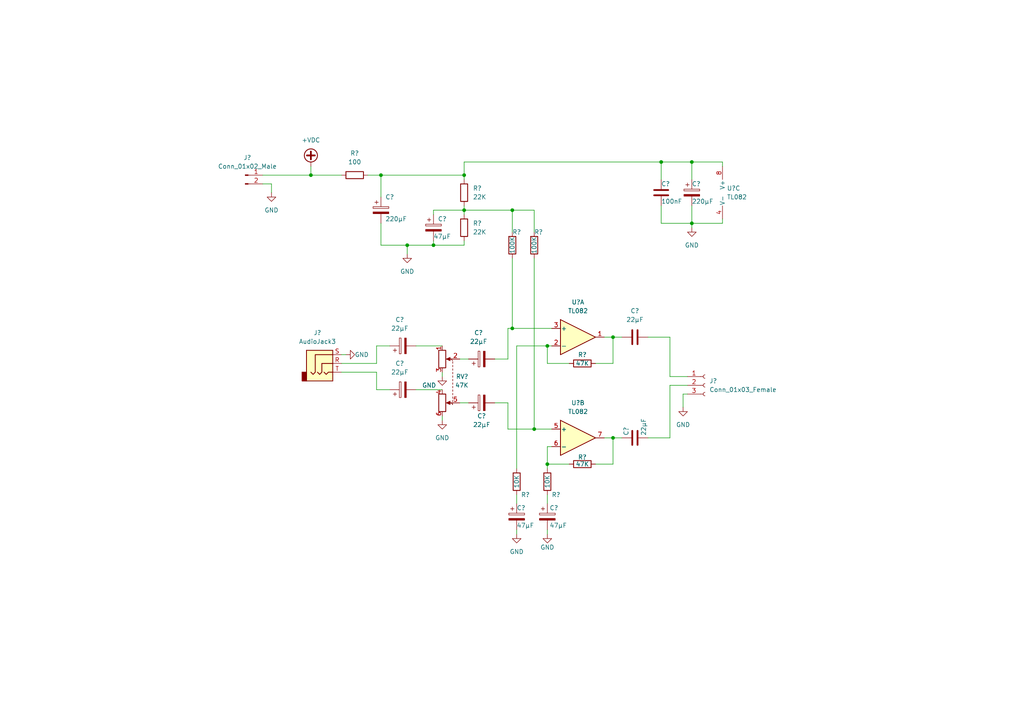
<source format=kicad_sch>
(kicad_sch (version 20211123) (generator eeschema)
  (paper "A4")
  (lib_symbols
    (symbol "Amplifier_Operational:TL082" (pin_names (offset 0.127))
      (property "Reference" "U" (at 0 5.08 0))
      (property "Value" "TL082" (at 0 -5.08 0))
      (symbol "TL082_1_1"
        (polyline (pts (xy -5.08 5.08) (xy 5.08 0) (xy -5.08 -5.08) (xy -5.08 5.08)) (stroke (width 0.254)) (fill (type background)))
        (pin output line (at 7.62 0 180) (length 2.54) (name "~") (number "1"))
        (pin input line (at -7.62 -2.54 0) (length 2.54) (name "-") (number "2"))
        (pin input line (at -7.62 2.54 0) (length 2.54) (name "+") (number "3"))
      )
      (symbol "TL082_2_1"
        (polyline (pts (xy -5.08 5.08) (xy 5.08 0) (xy -5.08 -5.08) (xy -5.08 5.08)) (stroke (width 0.254)) (fill (type background)))
        (pin input line (at -7.62 2.54 0) (length 2.54) (name "+") (number "5"))
        (pin input line (at -7.62 -2.54 0) (length 2.54) (name "-") (number "6"))
        (pin output line (at 7.62 0 180) (length 2.54) (name "~") (number "7"))
      )
      (symbol "TL082_3_1"
        (pin power_in line (at -2.54 -7.62 90) (length 3.81) (name "V-") (number "4"))
        (pin power_in line (at -2.54 7.62 270) (length 3.81) (name "V+") (number "8"))
      )
    )
    (symbol "Connector:AudioJack3"
      (property "Reference" "J" (at 0 8.89 0))
      (property "Value" "AudioJack3" (at 0 6.35 0))
      (symbol "AudioJack3_0_1"
        (rectangle (start -5.08 -5.08) (end -6.35 -2.54) (stroke (width 0.254)) (fill (type outline)))
        (polyline (pts (xy 0 -2.54) (xy 0.635 -3.175) (xy 1.27 -2.54) (xy 2.54 -2.54)) (stroke (width 0.254)))
        (polyline (pts (xy -1.905 -2.54) (xy -1.27 -3.175) (xy -0.635 -2.54) (xy -0.635 0) (xy 2.54 0)) (stroke (width 0.254)))
        (polyline (pts (xy 2.54 2.54) (xy -2.54 2.54) (xy -2.54 -2.54) (xy -3.175 -3.175) (xy -3.81 -2.54)) (stroke (width 0.254)))
        (rectangle (start 2.54 3.81) (end -5.08 -5.08) (stroke (width 0.254)) (fill (type background)))
      )
      (symbol "AudioJack3_1_1"
        (pin passive line (at 5.08 0 180) (length 2.54) (name "~") (number "R"))
        (pin passive line (at 5.08 2.54 180) (length 2.54) (name "~") (number "S"))
        (pin passive line (at 5.08 -2.54 180) (length 2.54) (name "~") (number "T"))
      )
    )
    (symbol "Connector:Conn_01x02_Male" (pin_names (offset 1.016) hide)
      (property "Reference" "J" (at 0 2.54 0))
      (property "Value" "Conn_01x02_Male" (at 0 -5.08 0))
      (symbol "Conn_01x02_Male_1_1"
        (polyline (pts (xy 1.27 -2.54) (xy 0.8636 -2.54)) (stroke (width 0.1524)))
        (polyline (pts (xy 1.27 0) (xy 0.8636 0)) (stroke (width 0.1524)))
        (rectangle (start 0.8636 -2.413) (end 0 -2.667) (stroke (width 0.1524)) (fill (type outline)))
        (rectangle (start 0.8636 0.127) (end 0 -0.127) (stroke (width 0.1524)) (fill (type outline)))
        (pin passive line (at 5.08 0 180) (length 3.81) (name "Pin_1") (number "1"))
        (pin passive line (at 5.08 -2.54 180) (length 3.81) (name "Pin_2") (number "2"))
      )
    )
    (symbol "Connector:Conn_01x03_Female" (pin_names (offset 1.016) hide)
      (property "Reference" "J" (at 0 5.08 0))
      (property "Value" "Conn_01x03_Female" (at 0 -5.08 0))
      (symbol "Conn_01x03_Female_1_1"
        (arc (start 0 -2.032) (mid -0.508 -2.54) (end 0 -3.048) (stroke (width 0.1524)))
        (polyline (pts (xy -1.27 -2.54) (xy -0.508 -2.54)) (stroke (width 0.1524)))
        (polyline (pts (xy -1.27 0) (xy -0.508 0)) (stroke (width 0.1524)))
        (polyline (pts (xy -1.27 2.54) (xy -0.508 2.54)) (stroke (width 0.1524)))
        (arc (start 0 0.508) (mid -0.508 0) (end 0 -0.508) (stroke (width 0.1524)))
        (arc (start 0 3.048) (mid -0.508 2.54) (end 0 2.032) (stroke (width 0.1524)))
        (pin passive line (at -5.08 2.54 0) (length 3.81) (name "Pin_1") (number "1"))
        (pin passive line (at -5.08 0 0) (length 3.81) (name "Pin_2") (number "2"))
        (pin passive line (at -5.08 -2.54 0) (length 3.81) (name "Pin_3") (number "3"))
      )
    )
    (symbol "Device:C" (pin_numbers hide) (pin_names (offset 0.254))
      (property "Reference" "C" (at 0.635 2.54 0))
      (property "Value" "C" (at 0.635 -2.54 0))
      (symbol "C_0_1"
        (polyline (pts (xy -2.032 -0.762) (xy 2.032 -0.762)) (stroke (width 0.508)))
        (polyline (pts (xy -2.032 0.762) (xy 2.032 0.762)) (stroke (width 0.508)))
      )
      (symbol "C_1_1"
        (pin passive line (at 0 3.81 270) (length 2.794) (name "~") (number "1"))
        (pin passive line (at 0 -3.81 90) (length 2.794) (name "~") (number "2"))
      )
    )
    (symbol "Device:C_Polarized" (pin_numbers hide) (pin_names (offset 0.254))
      (property "Reference" "C" (at 0.635 2.54 0))
      (property "Value" "C_Polarized" (at 0.635 -2.54 0))
      (symbol "C_Polarized_0_1"
        (rectangle (start -2.286 0.508) (end 2.286 1.016))
        (polyline (pts (xy -1.778 2.286) (xy -0.762 2.286)))
        (polyline (pts (xy -1.27 2.794) (xy -1.27 1.778)))
        (rectangle (start 2.286 -0.508) (end -2.286 -1.016) (fill (type outline)))
      )
      (symbol "C_Polarized_1_1"
        (pin passive line (at 0 3.81 270) (length 2.794) (name "~") (number "1"))
        (pin passive line (at 0 -3.81 90) (length 2.794) (name "~") (number "2"))
      )
    )
    (symbol "Device:R" (pin_numbers hide) (pin_names (offset 0))
      (property "Reference" "R" (at 2.032 0 90))
      (property "Value" "R" (at 0 0 90))
      (symbol "R_0_1"
        (rectangle (start -1.016 -2.54) (end 1.016 2.54) (stroke (width 0.254)))
      )
      (symbol "R_1_1"
        (pin passive line (at 0 3.81 270) (length 1.27) (name "~") (number "1"))
        (pin passive line (at 0 -3.81 90) (length 1.27) (name "~") (number "2"))
      )
    )
    (symbol "Device:R_Potentiometer_Dual" (pin_names (offset 1.016) hide)
      (property "Reference" "RV" (at 0 3.81 0))
      (property "Value" "R_Potentiometer_Dual" (at 0 1.905 0))
      (symbol "R_Potentiometer_Dual_0_1"
        (rectangle (start -8.89 -1.524) (end -3.81 -3.556) (stroke (width 0.254)))
        (polyline (pts (xy -6.35 0) (xy -6.35 -1.016)))
        (polyline (pts (xy -6.35 0) (xy -6.35 -1.016)))
        (polyline (pts (xy -6.35 0) (xy -5.842 0.508)))
        (polyline (pts (xy -5.588 0.508) (xy -5.08 0.508)))
        (polyline (pts (xy -4.572 0.508) (xy -4.064 0.508)))
        (polyline (pts (xy -3.556 0.508) (xy -3.048 0.508)))
        (polyline (pts (xy -2.54 0.508) (xy -2.032 0.508)))
        (polyline (pts (xy -1.524 0.508) (xy -1.016 0.508)))
        (polyline (pts (xy -0.508 0.508) (xy 0 0.508)))
        (polyline (pts (xy 0.508 0.508) (xy 1.016 0.508)))
        (polyline (pts (xy 1.524 0.508) (xy 2.032 0.508)))
        (polyline (pts (xy 2.54 0.508) (xy 3.048 0.508)))
        (polyline (pts (xy 3.556 0.508) (xy 4.064 0.508)))
        (polyline (pts (xy 4.572 0.508) (xy 5.08 0.508)))
        (polyline (pts (xy 5.588 0.508) (xy 6.096 0.508)))
        (polyline (pts (xy 6.35 0) (xy 6.35 -1.016)))
        (polyline (pts (xy 6.35 0) (xy 6.35 -1.016)))
        (polyline (pts (xy 6.604 0.508) (xy 6.858 0.508) (xy 6.35 0)))
        (polyline (pts (xy -6.35 -1.397) (xy -6.858 -0.254) (xy -5.842 -0.254) (xy -6.35 -1.397)) (fill (type outline)))
        (polyline (pts (xy 6.35 -1.397) (xy 5.842 -0.254) (xy 6.858 -0.254) (xy 6.35 -1.397)) (fill (type outline)))
        (rectangle (start 3.81 -1.524) (end 8.89 -3.556) (stroke (width 0.254)))
      )
      (symbol "R_Potentiometer_Dual_1_1"
        (pin passive line (at -10.16 -2.54 0) (length 1.27) (name "1") (number "1"))
        (pin passive line (at -6.35 2.54 270) (length 2.54) (name "2") (number "2"))
        (pin passive line (at -2.54 -2.54 180) (length 1.27) (name "3") (number "3"))
        (pin passive line (at 2.54 -2.54 0) (length 1.27) (name "4") (number "4"))
        (pin passive line (at 6.35 2.54 270) (length 2.54) (name "5") (number "5"))
        (pin passive line (at 10.16 -2.54 180) (length 1.27) (name "6") (number "6"))
      )
    )
    (symbol "power:+VDC" (power) (pin_names (offset 0))
      (property "Value" "+VDC" (at 0 6.35 0))
      (symbol "+VDC_0_1"
        (polyline (pts (xy -1.143 3.175) (xy 1.143 3.175)) (stroke (width 0.508)))
        (polyline (pts (xy 0 0) (xy 0 1.27)))
        (polyline (pts (xy 0 2.032) (xy 0 4.318)) (stroke (width 0.508)))
        (circle (center 0 3.175) (radius 1.905) (stroke (width 0.254)))
      )
      (symbol "+VDC_1_1"
        (pin power_in line (at 0 0 90) (length 0) hide (name "+VDC") (number "1"))
      )
    )
    (symbol "power:GND" (power) (pin_names (offset 0))
      (property "Value" "GND" (at 0 -3.81 0))
      (symbol "GND_0_1"
        (polyline (pts (xy 0 0) (xy 0 -1.27) (xy 1.27 -1.27) (xy 0 -2.54) (xy -1.27 -1.27) (xy 0 -1.27)))
      )
      (symbol "GND_1_1"
        (pin power_in line (at 0 0 270) (length 0) hide (name "GND") (number "1"))
      )
    )
  )
  (junction (at 90.17 50.8))
  (junction (at 118.11 71.12))
  (junction (at 154.94 124.46))
  (junction (at 191.77 46.99))
  (junction (at 110.49 50.8))
  (junction (at 200.66 46.99))
  (junction (at 134.62 50.8))
  (junction (at 158.75 100.33))
  (junction (at 177.8 97.79))
  (junction (at 177.8 127))
  (junction (at 148.59 60.96))
  (junction (at 148.59 95.25))
  (junction (at 158.75 134.62))
  (junction (at 134.62 60.96))
  (junction (at 125.73 71.12))
  (junction (at 200.66 64.77))
  (wire (pts (xy 147.32 124.46) (xy 154.94 124.46)))
  (wire (pts (xy 177.8 97.79) (xy 180.34 97.79)))
  (wire (pts (xy 200.66 59.69) (xy 200.66 64.77)))
  (wire (pts (xy 134.62 71.12) (xy 134.62 69.85)))
  (wire (pts (xy 149.86 153.67) (xy 149.86 154.94)))
  (wire (pts (xy 134.62 50.8) (xy 134.62 52.07)))
  (wire (pts (xy 165.1 105.41) (xy 158.75 105.41)))
  (wire (pts (xy 99.06 102.87) (xy 100.33 102.87)))
  (wire (pts (xy 158.75 153.67) (xy 158.75 154.94)))
  (wire (pts (xy 158.75 134.62) (xy 158.75 129.54)))
  (wire (pts (xy 149.86 100.33) (xy 158.75 100.33)))
  (wire (pts (xy 200.66 46.99) (xy 209.55 46.99)))
  (wire (pts (xy 125.73 60.96) (xy 134.62 60.96)))
  (wire (pts (xy 158.75 134.62) (xy 158.75 135.89)))
  (wire (pts (xy 158.75 100.33) (xy 160.02 100.33)))
  (wire (pts (xy 191.77 59.69) (xy 191.77 64.77)))
  (wire (pts (xy 120.65 100.33) (xy 128.27 100.33)))
  (wire (pts (xy 154.94 124.46) (xy 160.02 124.46)))
  (wire (pts (xy 128.27 120.65) (xy 128.27 121.92)))
  (wire (pts (xy 125.73 71.12) (xy 134.62 71.12)))
  (wire (pts (xy 99.06 105.41) (xy 109.22 105.41)))
  (wire (pts (xy 148.59 60.96) (xy 148.59 67.31)))
  (wire (pts (xy 78.74 55.88) (xy 78.74 53.34)))
  (wire (pts (xy 110.49 50.8) (xy 134.62 50.8)))
  (wire (pts (xy 134.62 60.96) (xy 134.62 62.23)))
  (wire (pts (xy 109.22 100.33) (xy 113.03 100.33)))
  (wire (pts (xy 194.31 111.76) (xy 199.39 111.76)))
  (wire (pts (xy 147.32 116.84) (xy 147.32 124.46)))
  (wire (pts (xy 200.66 46.99) (xy 200.66 52.07)))
  (wire (pts (xy 158.75 143.51) (xy 158.75 146.05)))
  (wire (pts (xy 110.49 50.8) (xy 110.49 57.15)))
  (wire (pts (xy 128.27 107.95) (xy 128.27 109.22)))
  (wire (pts (xy 110.49 64.77) (xy 110.49 71.12)))
  (wire (pts (xy 209.55 63.5) (xy 209.55 64.77)))
  (wire (pts (xy 177.8 134.62) (xy 177.8 127)))
  (wire (pts (xy 149.86 135.89) (xy 149.86 100.33)))
  (wire (pts (xy 194.31 127) (xy 194.31 111.76)))
  (wire (pts (xy 191.77 52.07) (xy 191.77 46.99)))
  (wire (pts (xy 76.2 50.8) (xy 90.17 50.8)))
  (wire (pts (xy 154.94 74.93) (xy 154.94 124.46)))
  (wire (pts (xy 149.86 143.51) (xy 149.86 146.05)))
  (wire (pts (xy 191.77 46.99) (xy 200.66 46.99)))
  (wire (pts (xy 165.1 134.62) (xy 158.75 134.62)))
  (wire (pts (xy 109.22 100.33) (xy 109.22 105.41)))
  (wire (pts (xy 158.75 129.54) (xy 160.02 129.54)))
  (wire (pts (xy 120.65 113.03) (xy 128.27 113.03)))
  (wire (pts (xy 106.68 50.8) (xy 110.49 50.8)))
  (wire (pts (xy 125.73 69.85) (xy 125.73 71.12)))
  (wire (pts (xy 90.17 48.26) (xy 90.17 50.8)))
  (wire (pts (xy 187.96 97.79) (xy 194.31 97.79)))
  (wire (pts (xy 90.17 50.8) (xy 99.06 50.8)))
  (wire (pts (xy 187.96 127) (xy 194.31 127)))
  (wire (pts (xy 194.31 109.22) (xy 199.39 109.22)))
  (wire (pts (xy 125.73 62.23) (xy 125.73 60.96)))
  (wire (pts (xy 109.22 113.03) (xy 113.03 113.03)))
  (wire (pts (xy 110.49 71.12) (xy 118.11 71.12)))
  (wire (pts (xy 143.51 116.84) (xy 147.32 116.84)))
  (wire (pts (xy 191.77 64.77) (xy 200.66 64.77)))
  (wire (pts (xy 134.62 46.99) (xy 134.62 50.8)))
  (wire (pts (xy 134.62 60.96) (xy 148.59 60.96)))
  (wire (pts (xy 177.8 127) (xy 180.34 127)))
  (wire (pts (xy 198.12 114.3) (xy 199.39 114.3)))
  (wire (pts (xy 209.55 46.99) (xy 209.55 48.26)))
  (wire (pts (xy 154.94 60.96) (xy 154.94 67.31)))
  (wire (pts (xy 177.8 127) (xy 175.26 127)))
  (wire (pts (xy 148.59 74.93) (xy 148.59 95.25)))
  (wire (pts (xy 109.22 113.03) (xy 109.22 107.95)))
  (wire (pts (xy 118.11 71.12) (xy 125.73 71.12)))
  (wire (pts (xy 133.35 116.84) (xy 135.89 116.84)))
  (wire (pts (xy 200.66 64.77) (xy 209.55 64.77)))
  (wire (pts (xy 194.31 97.79) (xy 194.31 109.22)))
  (wire (pts (xy 148.59 60.96) (xy 154.94 60.96)))
  (wire (pts (xy 200.66 64.77) (xy 200.66 66.04)))
  (wire (pts (xy 172.72 134.62) (xy 177.8 134.62)))
  (wire (pts (xy 109.22 107.95) (xy 99.06 107.95)))
  (wire (pts (xy 133.35 104.14) (xy 135.89 104.14)))
  (wire (pts (xy 177.8 97.79) (xy 175.26 97.79)))
  (wire (pts (xy 147.32 95.25) (xy 148.59 95.25)))
  (wire (pts (xy 177.8 105.41) (xy 177.8 97.79)))
  (wire (pts (xy 118.11 71.12) (xy 118.11 73.66)))
  (wire (pts (xy 143.51 104.14) (xy 147.32 104.14)))
  (wire (pts (xy 191.77 46.99) (xy 134.62 46.99)))
  (wire (pts (xy 172.72 105.41) (xy 177.8 105.41)))
  (wire (pts (xy 148.59 95.25) (xy 160.02 95.25)))
  (wire (pts (xy 78.74 53.34) (xy 76.2 53.34)))
  (wire (pts (xy 158.75 105.41) (xy 158.75 100.33)))
  (wire (pts (xy 134.62 60.96) (xy 134.62 59.69)))
  (wire (pts (xy 147.32 104.14) (xy 147.32 95.25)))
  (wire (pts (xy 198.12 118.11) (xy 198.12 114.3)))
  (symbol (lib_id "Device:R") (at 102.87 50.8 90) (unit 1)
    (property "Reference" "R?" (at 102.87 44.45 90))
    (property "Value" "100" (at 102.87 46.99 90))
  )
  (symbol (lib_id "power:GND") (at 128.27 109.22 0) (unit 1)
    (property "Reference" "#PWR?" (effects hide))
    (property "Value" "GND" (at 124.46 111.76 0))
  )
  (symbol (lib_id "Device:C_Polarized") (at 116.84 113.03 90) (unit 1)
    (property "Reference" "C?" (at 115.951 105.41 90))
    (property "Value" "22µF" (at 115.951 107.95 90))
  )
  (symbol (lib_id "Device:R") (at 168.91 105.41 90) (unit 1)
    (property "Reference" "R?" (at 168.91 102.87 90))
    (property "Value" "47K" (at 168.91 105.41 90))
  )
  (symbol (lib_id "Device:R") (at 154.94 71.12 0) (unit 1)
    (property "Reference" "R?" (at 156.21 67.31 0))
    (property "Value" "100K" (at 154.94 71.12 90))
  )
  (symbol (lib_id "Connector:Conn_01x03_Female") (at 204.47 111.76 0) (unit 1)
    (property "Reference" "J?" (at 205.74 110.4899 0) (effects (justify left)))
    (property "Value" "Conn_01x03_Female" (at 205.74 113.0299 0) (effects (justify left)))
  )
  (symbol (lib_id "power:GND") (at 198.12 118.11 0) (unit 1)
    (property "Reference" "#PWR?" (effects hide))
    (property "Value" "GND" (at 198.12 123.19 0))
  )
  (symbol (lib_id "Device:R") (at 134.62 66.04 0) (unit 1)
    (property "Reference" "R?" (at 137.16 64.7699 0) (effects (justify left)))
    (property "Value" "22K" (at 137.16 67.3099 0) (effects (justify left)))
  )
  (symbol (lib_id "Device:C_Polarized") (at 110.49 60.96 0) (unit 1)
    (property "Reference" "C?" (at 111.76 57.15 0) (effects (justify left)))
    (property "Value" "220µF" (at 111.76 63.5 0) (effects (justify left)))
  )
  (symbol (lib_id "Device:R") (at 134.62 55.88 0) (unit 1)
    (property "Reference" "R?" (at 137.16 54.6099 0) (effects (justify left)))
    (property "Value" "22K" (at 137.16 57.1499 0) (effects (justify left)))
  )
  (symbol (lib_id "Device:C") (at 191.77 55.88 0) (unit 1)
    (property "Reference" "C?" (at 191.77 53.34 0) (effects (justify left)))
    (property "Value" "100nF" (at 191.77 58.42 0) (effects (justify left)))
  )
  (symbol (lib_id "Device:C_Polarized") (at 158.75 149.86 0) (unit 1)
    (property "Reference" "C?" (at 159.385 147.32 0) (effects (justify left)))
    (property "Value" "47µF" (at 159.385 152.4 0) (effects (justify left)))
  )
  (symbol (lib_id "Device:R_Potentiometer_Dual") (at 130.81 110.49 270) (unit 1)
    (property "Reference" "RV?" (at 135.89 109.22 90) (effects (justify right)))
    (property "Value" "47K" (at 135.89 111.76 90) (effects (justify right)))
  )
  (symbol (lib_id "Amplifier_Operational:TL082") (at 167.64 127 0) (unit 2)
    (property "Reference" "U?" (at 167.64 116.84 0))
    (property "Value" "TL082" (at 167.64 119.38 0))
    (property "Datasheet" "http://www.ti.com/lit/ds/symlink/tl081.pdf" (effects hide))
  )
  (symbol (lib_id "Device:C_Polarized") (at 149.86 149.86 0) (unit 1)
    (property "Reference" "C?" (at 149.86 147.32 0) (effects (justify left)))
    (property "Value" "47µF" (at 149.86 152.4 0) (effects (justify left)))
  )
  (symbol (lib_id "Device:C") (at 184.15 97.79 90) (unit 1)
    (property "Reference" "C?" (at 184.15 90.17 90))
    (property "Value" "22µF" (at 184.15 92.71 90))
  )
  (symbol (lib_id "power:+VDC") (at 90.17 48.26 0) (unit 1)
    (property "Reference" "#PWR?" (effects hide))
    (property "Value" "+VDC" (at 90.17 40.64 0))
  )
  (symbol (lib_id "Device:C") (at 184.15 127 90) (unit 1)
    (property "Reference" "C?" (at 181.61 126.365 0) (effects (justify left)))
    (property "Value" "22µF" (at 186.69 126.365 0) (effects (justify left)))
  )
  (symbol (lib_id "power:GND") (at 158.75 154.94 0) (unit 1)
    (property "Reference" "#PWR?" (effects hide))
    (property "Value" "GND" (at 158.75 158.75 0))
  )
  (symbol (lib_id "power:GND") (at 118.11 73.66 0) (unit 1)
    (property "Reference" "#PWR?" (effects hide))
    (property "Value" "GND" (at 118.11 78.74 0))
  )
  (symbol (lib_id "Amplifier_Operational:TL082") (at 212.09 55.88 0) (unit 3)
    (property "Reference" "U?" (at 210.82 54.6099 0) (effects (justify left)))
    (property "Value" "TL082" (at 210.82 57.1499 0) (effects (justify left)))
    (property "Datasheet" "http://www.ti.com/lit/ds/symlink/tl081.pdf" (effects hide))
  )
  (symbol (lib_id "Device:C_Polarized") (at 116.84 100.33 90) (unit 1)
    (property "Reference" "C?" (at 115.951 92.71 90))
    (property "Value" "22µF" (at 115.951 95.25 90))
  )
  (symbol (lib_id "Amplifier_Operational:TL082") (at 167.64 97.79 0) (unit 1)
    (property "Reference" "U?" (at 167.64 87.63 0))
    (property "Value" "TL082" (at 167.64 90.17 0))
    (property "Datasheet" "http://www.ti.com/lit/ds/symlink/tl081.pdf" (effects hide))
  )
  (symbol (lib_id "Device:R") (at 149.86 139.7 0) (unit 1)
    (property "Reference" "R?" (at 152.4 143.51 0))
    (property "Value" "10K" (at 149.86 139.7 90))
  )
  (symbol (lib_id "power:GND") (at 100.33 102.87 90) (unit 1)
    (property "Reference" "#PWR?" (effects hide))
    (property "Value" "GND" (at 102.87 102.87 90) (effects (justify right)))
  )
  (symbol (lib_id "Device:R") (at 168.91 134.62 90) (unit 1)
    (property "Reference" "R?" (at 168.91 132.588 90))
    (property "Value" "47K" (at 168.91 134.62 90))
  )
  (symbol (lib_id "power:GND") (at 149.86 154.94 0) (unit 1)
    (property "Reference" "#PWR?" (effects hide))
    (property "Value" "GND" (at 149.86 160.02 0))
  )
  (symbol (lib_id "power:GND") (at 200.66 66.04 0) (unit 1)
    (property "Reference" "#PWR?" (effects hide))
    (property "Value" "GND" (at 200.66 71.12 0))
  )
  (symbol (lib_id "power:GND") (at 78.74 55.88 0) (unit 1)
    (property "Reference" "#PWR?" (effects hide))
    (property "Value" "GND" (at 78.74 60.96 0))
  )
  (symbol (lib_id "Device:R") (at 158.75 139.7 0) (unit 1)
    (property "Reference" "R?" (at 161.29 143.51 0))
    (property "Value" "10K" (at 158.75 139.7 90))
  )
  (symbol (lib_id "Device:C_Polarized") (at 200.66 55.88 0) (unit 1)
    (property "Reference" "C?" (at 200.66 53.34 0) (effects (justify left)))
    (property "Value" "220µF" (at 200.66 58.42 0) (effects (justify left)))
  )
  (symbol (lib_id "Device:C_Polarized") (at 139.7 116.84 90) (unit 1)
    (property "Reference" "C?" (at 139.7 120.65 90))
    (property "Value" "22µF" (at 139.7 123.19 90))
  )
  (symbol (lib_id "Device:C_Polarized") (at 139.7 104.14 90) (unit 1)
    (property "Reference" "C?" (at 138.811 96.52 90))
    (property "Value" "22µF" (at 138.811 99.06 90))
  )
  (symbol (lib_id "Connector:AudioJack3") (at 93.98 105.41 0) (unit 1)
    (property "Reference" "J?" (at 92.075 96.52 0))
    (property "Value" "AudioJack3" (at 92.075 99.06 0))
  )
  (symbol (lib_id "power:GND") (at 128.27 121.92 0) (unit 1)
    (property "Reference" "#PWR?" (effects hide))
    (property "Value" "GND" (at 128.27 127 0))
  )
  (symbol (lib_id "Connector:Conn_01x02_Male") (at 71.12 50.8 0) (unit 1)
    (property "Reference" "J?" (at 71.755 45.72 0))
    (property "Value" "Conn_01x02_Male" (at 71.755 48.26 0))
  )
  (symbol (lib_id "Device:C_Polarized") (at 125.73 66.04 0) (unit 1)
    (property "Reference" "C?" (at 127 63.5 0) (effects (justify left)))
    (property "Value" "47µF" (at 125.73 68.58 0) (effects (justify left)))
  )
  (symbol (lib_id "Device:R") (at 148.59 71.12 0) (unit 1)
    (property "Reference" "R?" (at 148.59 67.31 0) (effects (justify left)))
    (property "Value" "100K" (at 148.59 73.66 90) (effects (justify left)))
  )
)
</source>
